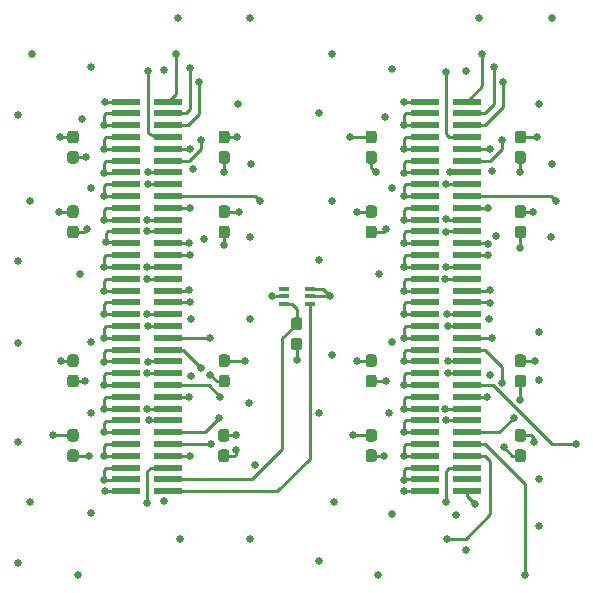
<source format=gbr>
%TF.GenerationSoftware,KiCad,Pcbnew,5.1.9-73d0e3b20d~88~ubuntu20.04.1*%
%TF.CreationDate,2021-02-23T10:44:39-05:00*%
%TF.ProjectId,SiPM_Board,5369504d-5f42-46f6-9172-642e6b696361,rev?*%
%TF.SameCoordinates,Original*%
%TF.FileFunction,Copper,L4,Bot*%
%TF.FilePolarity,Positive*%
%FSLAX46Y46*%
G04 Gerber Fmt 4.6, Leading zero omitted, Abs format (unit mm)*
G04 Created by KiCad (PCBNEW 5.1.9-73d0e3b20d~88~ubuntu20.04.1) date 2021-02-23 10:44:39*
%MOMM*%
%LPD*%
G01*
G04 APERTURE LIST*
%TA.AperFunction,SMDPad,CuDef*%
%ADD10R,2.413000X0.558800*%
%TD*%
%TA.AperFunction,SMDPad,CuDef*%
%ADD11R,0.900000X0.400000*%
%TD*%
%TA.AperFunction,ViaPad*%
%ADD12C,0.635000*%
%TD*%
%TA.AperFunction,Conductor*%
%ADD13C,0.294640*%
%TD*%
G04 APERTURE END LIST*
D10*
%TO.P,J2,68*%
%TO.N,/BIAS4*%
X160852000Y-116502634D03*
%TO.P,J2,67*%
X164408000Y-116502634D03*
%TO.P,J2,66*%
%TO.N,GND*%
X160852000Y-115502636D03*
%TO.P,J2,65*%
%TO.N,Net-(J2-Pad65)*%
X164408000Y-115502636D03*
%TO.P,J2,64*%
%TO.N,GND*%
X160852000Y-114502638D03*
%TO.P,J2,63*%
%TO.N,Net-(J2-Pad63)*%
X164408000Y-114502638D03*
%TO.P,J2,62*%
%TO.N,GND*%
X160852000Y-113502640D03*
%TO.P,J2,61*%
%TO.N,Net-(J2-Pad61)*%
X164408000Y-113502640D03*
%TO.P,J2,60*%
%TO.N,GND*%
X160852000Y-112502642D03*
%TO.P,J2,59*%
%TO.N,Net-(J2-Pad59)*%
X164408000Y-112502642D03*
%TO.P,J2,58*%
%TO.N,GND*%
X160852000Y-111502644D03*
%TO.P,J2,57*%
%TO.N,Net-(J2-Pad57)*%
X164408000Y-111502644D03*
%TO.P,J2,56*%
%TO.N,GND*%
X160852000Y-110502646D03*
%TO.P,J2,55*%
%TO.N,Net-(J2-Pad55)*%
X164408000Y-110502646D03*
%TO.P,J2,54*%
%TO.N,GND*%
X160852000Y-109502648D03*
%TO.P,J2,53*%
%TO.N,Net-(J2-Pad53)*%
X164408000Y-109502648D03*
%TO.P,J2,52*%
%TO.N,GND*%
X160852000Y-108502650D03*
%TO.P,J2,51*%
%TO.N,Net-(J2-Pad51)*%
X164408000Y-108502650D03*
%TO.P,J2,50*%
%TO.N,GND*%
X160852000Y-107502652D03*
%TO.P,J2,49*%
%TO.N,Net-(J2-Pad49)*%
X164408000Y-107502652D03*
%TO.P,J2,48*%
%TO.N,GND*%
X160852000Y-106502654D03*
%TO.P,J2,47*%
%TO.N,Net-(J2-Pad47)*%
X164408000Y-106502654D03*
%TO.P,J2,46*%
%TO.N,GND*%
X160852000Y-105502656D03*
%TO.P,J2,45*%
%TO.N,Net-(J2-Pad45)*%
X164408000Y-105502656D03*
%TO.P,J2,44*%
%TO.N,GND*%
X160852000Y-104502658D03*
%TO.P,J2,43*%
%TO.N,Net-(J2-Pad43)*%
X164408000Y-104502658D03*
%TO.P,J2,42*%
%TO.N,GND*%
X160852000Y-103502660D03*
%TO.P,J2,41*%
%TO.N,Net-(J2-Pad41)*%
X164408000Y-103502660D03*
%TO.P,J2,40*%
%TO.N,GND*%
X160852000Y-102502662D03*
%TO.P,J2,39*%
%TO.N,Net-(J2-Pad39)*%
X164408000Y-102502662D03*
%TO.P,J2,38*%
%TO.N,GND*%
X160852000Y-101502664D03*
%TO.P,J2,37*%
%TO.N,Net-(J2-Pad37)*%
X164408000Y-101502664D03*
%TO.P,J2,36*%
%TO.N,GND*%
X160852000Y-100502666D03*
%TO.P,J2,35*%
%TO.N,Net-(J2-Pad35)*%
X164408000Y-100502666D03*
%TO.P,J2,34*%
%TO.N,GND*%
X160852000Y-99502668D03*
%TO.P,J2,33*%
%TO.N,Net-(J2-Pad33)*%
X164408000Y-99502668D03*
%TO.P,J2,32*%
%TO.N,GND*%
X160852000Y-98502670D03*
%TO.P,J2,31*%
%TO.N,Net-(J2-Pad31)*%
X164408000Y-98502670D03*
%TO.P,J2,30*%
%TO.N,GND*%
X160852000Y-97502672D03*
%TO.P,J2,29*%
%TO.N,Net-(J2-Pad29)*%
X164408000Y-97502672D03*
%TO.P,J2,28*%
%TO.N,GND*%
X160852000Y-96502674D03*
%TO.P,J2,27*%
%TO.N,Net-(J2-Pad27)*%
X164408000Y-96502674D03*
%TO.P,J2,26*%
%TO.N,GND*%
X160852000Y-95502676D03*
%TO.P,J2,25*%
%TO.N,Net-(J2-Pad25)*%
X164408000Y-95502676D03*
%TO.P,J2,24*%
%TO.N,GND*%
X160852000Y-94502678D03*
%TO.P,J2,23*%
%TO.N,Net-(J2-Pad23)*%
X164408000Y-94502678D03*
%TO.P,J2,22*%
%TO.N,GND*%
X160852000Y-93502680D03*
%TO.P,J2,21*%
%TO.N,Net-(J2-Pad21)*%
X164408000Y-93502680D03*
%TO.P,J2,20*%
%TO.N,GND*%
X160852000Y-92502682D03*
%TO.P,J2,19*%
%TO.N,Net-(J2-Pad19)*%
X164408000Y-92502682D03*
%TO.P,J2,18*%
%TO.N,GND*%
X160852000Y-91502684D03*
%TO.P,J2,17*%
%TO.N,Net-(J2-Pad17)*%
X164408000Y-91502684D03*
%TO.P,J2,16*%
%TO.N,GND*%
X160852000Y-90502686D03*
%TO.P,J2,15*%
%TO.N,Net-(J2-Pad15)*%
X164408000Y-90502686D03*
%TO.P,J2,14*%
%TO.N,GND*%
X160852000Y-89502688D03*
%TO.P,J2,13*%
%TO.N,Net-(J2-Pad13)*%
X164408000Y-89502688D03*
%TO.P,J2,12*%
%TO.N,GND*%
X160852000Y-88502690D03*
%TO.P,J2,11*%
%TO.N,Net-(J2-Pad11)*%
X164408000Y-88502690D03*
%TO.P,J2,10*%
%TO.N,GND*%
X160852000Y-87502692D03*
%TO.P,J2,9*%
%TO.N,Net-(J2-Pad9)*%
X164408000Y-87502692D03*
%TO.P,J2,8*%
%TO.N,GND*%
X160852000Y-86502694D03*
%TO.P,J2,7*%
%TO.N,Net-(J2-Pad7)*%
X164408000Y-86502694D03*
%TO.P,J2,6*%
%TO.N,GND*%
X160852000Y-85502696D03*
%TO.P,J2,5*%
%TO.N,Net-(J2-Pad5)*%
X164408000Y-85502696D03*
%TO.P,J2,4*%
%TO.N,GND*%
X160852000Y-84502698D03*
%TO.P,J2,3*%
%TO.N,Net-(J2-Pad3)*%
X164408000Y-84502698D03*
%TO.P,J2,1*%
%TO.N,Net-(J2-Pad1)*%
X164408000Y-83502700D03*
%TO.P,J2,2*%
%TO.N,/BIAS3*%
X160852000Y-83502700D03*
%TD*%
%TO.P,J1,2*%
%TO.N,/BIAS1*%
X135592000Y-83502700D03*
%TO.P,J1,1*%
%TO.N,Net-(J1-Pad1)*%
X139148000Y-83502700D03*
%TO.P,J1,3*%
%TO.N,Net-(J1-Pad3)*%
X139148000Y-84502698D03*
%TO.P,J1,4*%
%TO.N,GND*%
X135592000Y-84502698D03*
%TO.P,J1,5*%
%TO.N,Net-(J1-Pad5)*%
X139148000Y-85502696D03*
%TO.P,J1,6*%
%TO.N,GND*%
X135592000Y-85502696D03*
%TO.P,J1,7*%
%TO.N,Net-(J1-Pad7)*%
X139148000Y-86502694D03*
%TO.P,J1,8*%
%TO.N,GND*%
X135592000Y-86502694D03*
%TO.P,J1,9*%
%TO.N,Net-(J1-Pad9)*%
X139148000Y-87502692D03*
%TO.P,J1,10*%
%TO.N,GND*%
X135592000Y-87502692D03*
%TO.P,J1,11*%
%TO.N,Net-(J1-Pad11)*%
X139148000Y-88502690D03*
%TO.P,J1,12*%
%TO.N,GND*%
X135592000Y-88502690D03*
%TO.P,J1,13*%
%TO.N,Net-(J1-Pad13)*%
X139148000Y-89502688D03*
%TO.P,J1,14*%
%TO.N,GND*%
X135592000Y-89502688D03*
%TO.P,J1,15*%
%TO.N,Net-(J1-Pad15)*%
X139148000Y-90502686D03*
%TO.P,J1,16*%
%TO.N,GND*%
X135592000Y-90502686D03*
%TO.P,J1,17*%
%TO.N,Net-(J1-Pad17)*%
X139148000Y-91502684D03*
%TO.P,J1,18*%
%TO.N,GND*%
X135592000Y-91502684D03*
%TO.P,J1,19*%
%TO.N,Net-(J1-Pad19)*%
X139148000Y-92502682D03*
%TO.P,J1,20*%
%TO.N,GND*%
X135592000Y-92502682D03*
%TO.P,J1,21*%
%TO.N,Net-(J1-Pad21)*%
X139148000Y-93502680D03*
%TO.P,J1,22*%
%TO.N,GND*%
X135592000Y-93502680D03*
%TO.P,J1,23*%
%TO.N,Net-(J1-Pad23)*%
X139148000Y-94502678D03*
%TO.P,J1,24*%
%TO.N,GND*%
X135592000Y-94502678D03*
%TO.P,J1,25*%
%TO.N,Net-(J1-Pad25)*%
X139148000Y-95502676D03*
%TO.P,J1,26*%
%TO.N,GND*%
X135592000Y-95502676D03*
%TO.P,J1,27*%
%TO.N,Net-(J1-Pad27)*%
X139148000Y-96502674D03*
%TO.P,J1,28*%
%TO.N,GND*%
X135592000Y-96502674D03*
%TO.P,J1,29*%
%TO.N,Net-(J1-Pad29)*%
X139148000Y-97502672D03*
%TO.P,J1,30*%
%TO.N,GND*%
X135592000Y-97502672D03*
%TO.P,J1,31*%
%TO.N,Net-(J1-Pad31)*%
X139148000Y-98502670D03*
%TO.P,J1,32*%
%TO.N,GND*%
X135592000Y-98502670D03*
%TO.P,J1,33*%
%TO.N,Net-(J1-Pad33)*%
X139148000Y-99502668D03*
%TO.P,J1,34*%
%TO.N,GND*%
X135592000Y-99502668D03*
%TO.P,J1,35*%
%TO.N,Net-(J1-Pad35)*%
X139148000Y-100502666D03*
%TO.P,J1,36*%
%TO.N,GND*%
X135592000Y-100502666D03*
%TO.P,J1,37*%
%TO.N,Net-(J1-Pad37)*%
X139148000Y-101502664D03*
%TO.P,J1,38*%
%TO.N,GND*%
X135592000Y-101502664D03*
%TO.P,J1,39*%
%TO.N,Net-(J1-Pad39)*%
X139148000Y-102502662D03*
%TO.P,J1,40*%
%TO.N,GND*%
X135592000Y-102502662D03*
%TO.P,J1,41*%
%TO.N,Net-(J1-Pad41)*%
X139148000Y-103502660D03*
%TO.P,J1,42*%
%TO.N,GND*%
X135592000Y-103502660D03*
%TO.P,J1,43*%
%TO.N,Net-(J1-Pad43)*%
X139148000Y-104502658D03*
%TO.P,J1,44*%
%TO.N,GND*%
X135592000Y-104502658D03*
%TO.P,J1,45*%
%TO.N,Net-(J1-Pad45)*%
X139148000Y-105502656D03*
%TO.P,J1,46*%
%TO.N,GND*%
X135592000Y-105502656D03*
%TO.P,J1,47*%
%TO.N,Net-(J1-Pad47)*%
X139148000Y-106502654D03*
%TO.P,J1,48*%
%TO.N,GND*%
X135592000Y-106502654D03*
%TO.P,J1,49*%
%TO.N,Net-(J1-Pad49)*%
X139148000Y-107502652D03*
%TO.P,J1,50*%
%TO.N,GND*%
X135592000Y-107502652D03*
%TO.P,J1,51*%
%TO.N,Net-(J1-Pad51)*%
X139148000Y-108502650D03*
%TO.P,J1,52*%
%TO.N,GND*%
X135592000Y-108502650D03*
%TO.P,J1,53*%
%TO.N,Net-(J1-Pad53)*%
X139148000Y-109502648D03*
%TO.P,J1,54*%
%TO.N,GND*%
X135592000Y-109502648D03*
%TO.P,J1,55*%
%TO.N,Net-(J1-Pad55)*%
X139148000Y-110502646D03*
%TO.P,J1,56*%
%TO.N,GND*%
X135592000Y-110502646D03*
%TO.P,J1,57*%
%TO.N,Net-(J1-Pad57)*%
X139148000Y-111502644D03*
%TO.P,J1,58*%
%TO.N,GND*%
X135592000Y-111502644D03*
%TO.P,J1,59*%
%TO.N,Net-(J1-Pad59)*%
X139148000Y-112502642D03*
%TO.P,J1,60*%
%TO.N,GND*%
X135592000Y-112502642D03*
%TO.P,J1,61*%
%TO.N,Net-(J1-Pad61)*%
X139148000Y-113502640D03*
%TO.P,J1,62*%
%TO.N,GND*%
X135592000Y-113502640D03*
%TO.P,J1,63*%
%TO.N,Net-(J1-Pad63)*%
X139148000Y-114502638D03*
%TO.P,J1,64*%
%TO.N,GND*%
X135592000Y-114502638D03*
%TO.P,J1,65*%
%TO.N,/VDD*%
X139148000Y-115502636D03*
%TO.P,J1,66*%
%TO.N,GND*%
X135592000Y-115502636D03*
%TO.P,J1,67*%
%TO.N,/OUT*%
X139148000Y-116502634D03*
%TO.P,J1,68*%
%TO.N,/BIAS2*%
X135592000Y-116502634D03*
%TD*%
%TO.P,C15,1*%
%TO.N,/BIAS4*%
%TA.AperFunction,SMDPad,CuDef*%
G36*
G01*
X156072500Y-111230000D02*
X156547500Y-111230000D01*
G75*
G02*
X156785000Y-111467500I0J-237500D01*
G01*
X156785000Y-112067500D01*
G75*
G02*
X156547500Y-112305000I-237500J0D01*
G01*
X156072500Y-112305000D01*
G75*
G02*
X155835000Y-112067500I0J237500D01*
G01*
X155835000Y-111467500D01*
G75*
G02*
X156072500Y-111230000I237500J0D01*
G01*
G37*
%TD.AperFunction*%
%TO.P,C15,2*%
%TO.N,GND*%
%TA.AperFunction,SMDPad,CuDef*%
G36*
G01*
X156072500Y-112955000D02*
X156547500Y-112955000D01*
G75*
G02*
X156785000Y-113192500I0J-237500D01*
G01*
X156785000Y-113792500D01*
G75*
G02*
X156547500Y-114030000I-237500J0D01*
G01*
X156072500Y-114030000D01*
G75*
G02*
X155835000Y-113792500I0J237500D01*
G01*
X155835000Y-113192500D01*
G75*
G02*
X156072500Y-112955000I237500J0D01*
G01*
G37*
%TD.AperFunction*%
%TD*%
%TO.P,C9,2*%
%TO.N,GND*%
%TA.AperFunction,SMDPad,CuDef*%
G36*
G01*
X149762500Y-103505000D02*
X150237500Y-103505000D01*
G75*
G02*
X150475000Y-103742500I0J-237500D01*
G01*
X150475000Y-104342500D01*
G75*
G02*
X150237500Y-104580000I-237500J0D01*
G01*
X149762500Y-104580000D01*
G75*
G02*
X149525000Y-104342500I0J237500D01*
G01*
X149525000Y-103742500D01*
G75*
G02*
X149762500Y-103505000I237500J0D01*
G01*
G37*
%TD.AperFunction*%
%TO.P,C9,1*%
%TO.N,/VDD*%
%TA.AperFunction,SMDPad,CuDef*%
G36*
G01*
X149762500Y-101780000D02*
X150237500Y-101780000D01*
G75*
G02*
X150475000Y-102017500I0J-237500D01*
G01*
X150475000Y-102617500D01*
G75*
G02*
X150237500Y-102855000I-237500J0D01*
G01*
X149762500Y-102855000D01*
G75*
G02*
X149525000Y-102617500I0J237500D01*
G01*
X149525000Y-102017500D01*
G75*
G02*
X149762500Y-101780000I237500J0D01*
G01*
G37*
%TD.AperFunction*%
%TD*%
D11*
%TO.P,U1,1*%
%TO.N,GND*%
X151100000Y-99350000D03*
%TO.P,U1,3*%
%TO.N,/OUT*%
X151100000Y-100650000D03*
%TO.P,U1,5*%
%TO.N,GND*%
X148900000Y-100000000D03*
%TO.P,U1,2*%
X151100000Y-100000000D03*
%TO.P,U1,4*%
%TO.N,/VDD*%
X148900000Y-100650000D03*
%TO.P,U1,6*%
%TO.N,N/C*%
X148900000Y-99350000D03*
%TD*%
%TO.P,C5,2*%
%TO.N,GND*%
%TA.AperFunction,SMDPad,CuDef*%
G36*
G01*
X130822500Y-87695000D02*
X131297500Y-87695000D01*
G75*
G02*
X131535000Y-87932500I0J-237500D01*
G01*
X131535000Y-88532500D01*
G75*
G02*
X131297500Y-88770000I-237500J0D01*
G01*
X130822500Y-88770000D01*
G75*
G02*
X130585000Y-88532500I0J237500D01*
G01*
X130585000Y-87932500D01*
G75*
G02*
X130822500Y-87695000I237500J0D01*
G01*
G37*
%TD.AperFunction*%
%TO.P,C5,1*%
%TO.N,/BIAS1*%
%TA.AperFunction,SMDPad,CuDef*%
G36*
G01*
X130822500Y-85970000D02*
X131297500Y-85970000D01*
G75*
G02*
X131535000Y-86207500I0J-237500D01*
G01*
X131535000Y-86807500D01*
G75*
G02*
X131297500Y-87045000I-237500J0D01*
G01*
X130822500Y-87045000D01*
G75*
G02*
X130585000Y-86807500I0J237500D01*
G01*
X130585000Y-86207500D01*
G75*
G02*
X130822500Y-85970000I237500J0D01*
G01*
G37*
%TD.AperFunction*%
%TD*%
%TO.P,C7,1*%
%TO.N,/BIAS1*%
%TA.AperFunction,SMDPad,CuDef*%
G36*
G01*
X143632500Y-85970000D02*
X144107500Y-85970000D01*
G75*
G02*
X144345000Y-86207500I0J-237500D01*
G01*
X144345000Y-86807500D01*
G75*
G02*
X144107500Y-87045000I-237500J0D01*
G01*
X143632500Y-87045000D01*
G75*
G02*
X143395000Y-86807500I0J237500D01*
G01*
X143395000Y-86207500D01*
G75*
G02*
X143632500Y-85970000I237500J0D01*
G01*
G37*
%TD.AperFunction*%
%TO.P,C7,2*%
%TO.N,GND*%
%TA.AperFunction,SMDPad,CuDef*%
G36*
G01*
X143632500Y-87695000D02*
X144107500Y-87695000D01*
G75*
G02*
X144345000Y-87932500I0J-237500D01*
G01*
X144345000Y-88532500D01*
G75*
G02*
X144107500Y-88770000I-237500J0D01*
G01*
X143632500Y-88770000D01*
G75*
G02*
X143395000Y-88532500I0J237500D01*
G01*
X143395000Y-87932500D01*
G75*
G02*
X143632500Y-87695000I237500J0D01*
G01*
G37*
%TD.AperFunction*%
%TD*%
%TO.P,C6,2*%
%TO.N,GND*%
%TA.AperFunction,SMDPad,CuDef*%
G36*
G01*
X130822500Y-112955000D02*
X131297500Y-112955000D01*
G75*
G02*
X131535000Y-113192500I0J-237500D01*
G01*
X131535000Y-113792500D01*
G75*
G02*
X131297500Y-114030000I-237500J0D01*
G01*
X130822500Y-114030000D01*
G75*
G02*
X130585000Y-113792500I0J237500D01*
G01*
X130585000Y-113192500D01*
G75*
G02*
X130822500Y-112955000I237500J0D01*
G01*
G37*
%TD.AperFunction*%
%TO.P,C6,1*%
%TO.N,/BIAS2*%
%TA.AperFunction,SMDPad,CuDef*%
G36*
G01*
X130822500Y-111230000D02*
X131297500Y-111230000D01*
G75*
G02*
X131535000Y-111467500I0J-237500D01*
G01*
X131535000Y-112067500D01*
G75*
G02*
X131297500Y-112305000I-237500J0D01*
G01*
X130822500Y-112305000D01*
G75*
G02*
X130585000Y-112067500I0J237500D01*
G01*
X130585000Y-111467500D01*
G75*
G02*
X130822500Y-111230000I237500J0D01*
G01*
G37*
%TD.AperFunction*%
%TD*%
%TO.P,C8,1*%
%TO.N,/BIAS2*%
%TA.AperFunction,SMDPad,CuDef*%
G36*
G01*
X143582500Y-111230000D02*
X144057500Y-111230000D01*
G75*
G02*
X144295000Y-111467500I0J-237500D01*
G01*
X144295000Y-112067500D01*
G75*
G02*
X144057500Y-112305000I-237500J0D01*
G01*
X143582500Y-112305000D01*
G75*
G02*
X143345000Y-112067500I0J237500D01*
G01*
X143345000Y-111467500D01*
G75*
G02*
X143582500Y-111230000I237500J0D01*
G01*
G37*
%TD.AperFunction*%
%TO.P,C8,2*%
%TO.N,GND*%
%TA.AperFunction,SMDPad,CuDef*%
G36*
G01*
X143582500Y-112955000D02*
X144057500Y-112955000D01*
G75*
G02*
X144295000Y-113192500I0J-237500D01*
G01*
X144295000Y-113792500D01*
G75*
G02*
X144057500Y-114030000I-237500J0D01*
G01*
X143582500Y-114030000D01*
G75*
G02*
X143345000Y-113792500I0J237500D01*
G01*
X143345000Y-113192500D01*
G75*
G02*
X143582500Y-112955000I237500J0D01*
G01*
G37*
%TD.AperFunction*%
%TD*%
%TO.P,C14,2*%
%TO.N,GND*%
%TA.AperFunction,SMDPad,CuDef*%
G36*
G01*
X156072500Y-87695000D02*
X156547500Y-87695000D01*
G75*
G02*
X156785000Y-87932500I0J-237500D01*
G01*
X156785000Y-88532500D01*
G75*
G02*
X156547500Y-88770000I-237500J0D01*
G01*
X156072500Y-88770000D01*
G75*
G02*
X155835000Y-88532500I0J237500D01*
G01*
X155835000Y-87932500D01*
G75*
G02*
X156072500Y-87695000I237500J0D01*
G01*
G37*
%TD.AperFunction*%
%TO.P,C14,1*%
%TO.N,/BIAS3*%
%TA.AperFunction,SMDPad,CuDef*%
G36*
G01*
X156072500Y-85970000D02*
X156547500Y-85970000D01*
G75*
G02*
X156785000Y-86207500I0J-237500D01*
G01*
X156785000Y-86807500D01*
G75*
G02*
X156547500Y-87045000I-237500J0D01*
G01*
X156072500Y-87045000D01*
G75*
G02*
X155835000Y-86807500I0J237500D01*
G01*
X155835000Y-86207500D01*
G75*
G02*
X156072500Y-85970000I237500J0D01*
G01*
G37*
%TD.AperFunction*%
%TD*%
%TO.P,C16,1*%
%TO.N,/BIAS3*%
%TA.AperFunction,SMDPad,CuDef*%
G36*
G01*
X168702500Y-85970000D02*
X169177500Y-85970000D01*
G75*
G02*
X169415000Y-86207500I0J-237500D01*
G01*
X169415000Y-86807500D01*
G75*
G02*
X169177500Y-87045000I-237500J0D01*
G01*
X168702500Y-87045000D01*
G75*
G02*
X168465000Y-86807500I0J237500D01*
G01*
X168465000Y-86207500D01*
G75*
G02*
X168702500Y-85970000I237500J0D01*
G01*
G37*
%TD.AperFunction*%
%TO.P,C16,2*%
%TO.N,GND*%
%TA.AperFunction,SMDPad,CuDef*%
G36*
G01*
X168702500Y-87695000D02*
X169177500Y-87695000D01*
G75*
G02*
X169415000Y-87932500I0J-237500D01*
G01*
X169415000Y-88532500D01*
G75*
G02*
X169177500Y-88770000I-237500J0D01*
G01*
X168702500Y-88770000D01*
G75*
G02*
X168465000Y-88532500I0J237500D01*
G01*
X168465000Y-87932500D01*
G75*
G02*
X168702500Y-87695000I237500J0D01*
G01*
G37*
%TD.AperFunction*%
%TD*%
%TO.P,C17,2*%
%TO.N,GND*%
%TA.AperFunction,SMDPad,CuDef*%
G36*
G01*
X168702500Y-112955000D02*
X169177500Y-112955000D01*
G75*
G02*
X169415000Y-113192500I0J-237500D01*
G01*
X169415000Y-113792500D01*
G75*
G02*
X169177500Y-114030000I-237500J0D01*
G01*
X168702500Y-114030000D01*
G75*
G02*
X168465000Y-113792500I0J237500D01*
G01*
X168465000Y-113192500D01*
G75*
G02*
X168702500Y-112955000I237500J0D01*
G01*
G37*
%TD.AperFunction*%
%TO.P,C17,1*%
%TO.N,/BIAS4*%
%TA.AperFunction,SMDPad,CuDef*%
G36*
G01*
X168702500Y-111230000D02*
X169177500Y-111230000D01*
G75*
G02*
X169415000Y-111467500I0J-237500D01*
G01*
X169415000Y-112067500D01*
G75*
G02*
X169177500Y-112305000I-237500J0D01*
G01*
X168702500Y-112305000D01*
G75*
G02*
X168465000Y-112067500I0J237500D01*
G01*
X168465000Y-111467500D01*
G75*
G02*
X168702500Y-111230000I237500J0D01*
G01*
G37*
%TD.AperFunction*%
%TD*%
%TO.P,C1,2*%
%TO.N,GND*%
%TA.AperFunction,SMDPad,CuDef*%
G36*
G01*
X130822500Y-94015000D02*
X131297500Y-94015000D01*
G75*
G02*
X131535000Y-94252500I0J-237500D01*
G01*
X131535000Y-94852500D01*
G75*
G02*
X131297500Y-95090000I-237500J0D01*
G01*
X130822500Y-95090000D01*
G75*
G02*
X130585000Y-94852500I0J237500D01*
G01*
X130585000Y-94252500D01*
G75*
G02*
X130822500Y-94015000I237500J0D01*
G01*
G37*
%TD.AperFunction*%
%TO.P,C1,1*%
%TO.N,/BIAS1*%
%TA.AperFunction,SMDPad,CuDef*%
G36*
G01*
X130822500Y-92290000D02*
X131297500Y-92290000D01*
G75*
G02*
X131535000Y-92527500I0J-237500D01*
G01*
X131535000Y-93127500D01*
G75*
G02*
X131297500Y-93365000I-237500J0D01*
G01*
X130822500Y-93365000D01*
G75*
G02*
X130585000Y-93127500I0J237500D01*
G01*
X130585000Y-92527500D01*
G75*
G02*
X130822500Y-92290000I237500J0D01*
G01*
G37*
%TD.AperFunction*%
%TD*%
%TO.P,C3,1*%
%TO.N,/BIAS1*%
%TA.AperFunction,SMDPad,CuDef*%
G36*
G01*
X143632500Y-92290000D02*
X144107500Y-92290000D01*
G75*
G02*
X144345000Y-92527500I0J-237500D01*
G01*
X144345000Y-93127500D01*
G75*
G02*
X144107500Y-93365000I-237500J0D01*
G01*
X143632500Y-93365000D01*
G75*
G02*
X143395000Y-93127500I0J237500D01*
G01*
X143395000Y-92527500D01*
G75*
G02*
X143632500Y-92290000I237500J0D01*
G01*
G37*
%TD.AperFunction*%
%TO.P,C3,2*%
%TO.N,GND*%
%TA.AperFunction,SMDPad,CuDef*%
G36*
G01*
X143632500Y-94015000D02*
X144107500Y-94015000D01*
G75*
G02*
X144345000Y-94252500I0J-237500D01*
G01*
X144345000Y-94852500D01*
G75*
G02*
X144107500Y-95090000I-237500J0D01*
G01*
X143632500Y-95090000D01*
G75*
G02*
X143395000Y-94852500I0J237500D01*
G01*
X143395000Y-94252500D01*
G75*
G02*
X143632500Y-94015000I237500J0D01*
G01*
G37*
%TD.AperFunction*%
%TD*%
%TO.P,C2,2*%
%TO.N,GND*%
%TA.AperFunction,SMDPad,CuDef*%
G36*
G01*
X130822500Y-106635000D02*
X131297500Y-106635000D01*
G75*
G02*
X131535000Y-106872500I0J-237500D01*
G01*
X131535000Y-107472500D01*
G75*
G02*
X131297500Y-107710000I-237500J0D01*
G01*
X130822500Y-107710000D01*
G75*
G02*
X130585000Y-107472500I0J237500D01*
G01*
X130585000Y-106872500D01*
G75*
G02*
X130822500Y-106635000I237500J0D01*
G01*
G37*
%TD.AperFunction*%
%TO.P,C2,1*%
%TO.N,/BIAS2*%
%TA.AperFunction,SMDPad,CuDef*%
G36*
G01*
X130822500Y-104910000D02*
X131297500Y-104910000D01*
G75*
G02*
X131535000Y-105147500I0J-237500D01*
G01*
X131535000Y-105747500D01*
G75*
G02*
X131297500Y-105985000I-237500J0D01*
G01*
X130822500Y-105985000D01*
G75*
G02*
X130585000Y-105747500I0J237500D01*
G01*
X130585000Y-105147500D01*
G75*
G02*
X130822500Y-104910000I237500J0D01*
G01*
G37*
%TD.AperFunction*%
%TD*%
%TO.P,C4,1*%
%TO.N,/BIAS2*%
%TA.AperFunction,SMDPad,CuDef*%
G36*
G01*
X143632500Y-104910000D02*
X144107500Y-104910000D01*
G75*
G02*
X144345000Y-105147500I0J-237500D01*
G01*
X144345000Y-105747500D01*
G75*
G02*
X144107500Y-105985000I-237500J0D01*
G01*
X143632500Y-105985000D01*
G75*
G02*
X143395000Y-105747500I0J237500D01*
G01*
X143395000Y-105147500D01*
G75*
G02*
X143632500Y-104910000I237500J0D01*
G01*
G37*
%TD.AperFunction*%
%TO.P,C4,2*%
%TO.N,GND*%
%TA.AperFunction,SMDPad,CuDef*%
G36*
G01*
X143632500Y-106635000D02*
X144107500Y-106635000D01*
G75*
G02*
X144345000Y-106872500I0J-237500D01*
G01*
X144345000Y-107472500D01*
G75*
G02*
X144107500Y-107710000I-237500J0D01*
G01*
X143632500Y-107710000D01*
G75*
G02*
X143395000Y-107472500I0J237500D01*
G01*
X143395000Y-106872500D01*
G75*
G02*
X143632500Y-106635000I237500J0D01*
G01*
G37*
%TD.AperFunction*%
%TD*%
%TO.P,C10,2*%
%TO.N,GND*%
%TA.AperFunction,SMDPad,CuDef*%
G36*
G01*
X156072500Y-94015000D02*
X156547500Y-94015000D01*
G75*
G02*
X156785000Y-94252500I0J-237500D01*
G01*
X156785000Y-94852500D01*
G75*
G02*
X156547500Y-95090000I-237500J0D01*
G01*
X156072500Y-95090000D01*
G75*
G02*
X155835000Y-94852500I0J237500D01*
G01*
X155835000Y-94252500D01*
G75*
G02*
X156072500Y-94015000I237500J0D01*
G01*
G37*
%TD.AperFunction*%
%TO.P,C10,1*%
%TO.N,/BIAS3*%
%TA.AperFunction,SMDPad,CuDef*%
G36*
G01*
X156072500Y-92290000D02*
X156547500Y-92290000D01*
G75*
G02*
X156785000Y-92527500I0J-237500D01*
G01*
X156785000Y-93127500D01*
G75*
G02*
X156547500Y-93365000I-237500J0D01*
G01*
X156072500Y-93365000D01*
G75*
G02*
X155835000Y-93127500I0J237500D01*
G01*
X155835000Y-92527500D01*
G75*
G02*
X156072500Y-92290000I237500J0D01*
G01*
G37*
%TD.AperFunction*%
%TD*%
%TO.P,C12,1*%
%TO.N,/BIAS3*%
%TA.AperFunction,SMDPad,CuDef*%
G36*
G01*
X168702500Y-92290000D02*
X169177500Y-92290000D01*
G75*
G02*
X169415000Y-92527500I0J-237500D01*
G01*
X169415000Y-93127500D01*
G75*
G02*
X169177500Y-93365000I-237500J0D01*
G01*
X168702500Y-93365000D01*
G75*
G02*
X168465000Y-93127500I0J237500D01*
G01*
X168465000Y-92527500D01*
G75*
G02*
X168702500Y-92290000I237500J0D01*
G01*
G37*
%TD.AperFunction*%
%TO.P,C12,2*%
%TO.N,GND*%
%TA.AperFunction,SMDPad,CuDef*%
G36*
G01*
X168702500Y-94015000D02*
X169177500Y-94015000D01*
G75*
G02*
X169415000Y-94252500I0J-237500D01*
G01*
X169415000Y-94852500D01*
G75*
G02*
X169177500Y-95090000I-237500J0D01*
G01*
X168702500Y-95090000D01*
G75*
G02*
X168465000Y-94852500I0J237500D01*
G01*
X168465000Y-94252500D01*
G75*
G02*
X168702500Y-94015000I237500J0D01*
G01*
G37*
%TD.AperFunction*%
%TD*%
%TO.P,C11,2*%
%TO.N,GND*%
%TA.AperFunction,SMDPad,CuDef*%
G36*
G01*
X156072500Y-106635000D02*
X156547500Y-106635000D01*
G75*
G02*
X156785000Y-106872500I0J-237500D01*
G01*
X156785000Y-107472500D01*
G75*
G02*
X156547500Y-107710000I-237500J0D01*
G01*
X156072500Y-107710000D01*
G75*
G02*
X155835000Y-107472500I0J237500D01*
G01*
X155835000Y-106872500D01*
G75*
G02*
X156072500Y-106635000I237500J0D01*
G01*
G37*
%TD.AperFunction*%
%TO.P,C11,1*%
%TO.N,/BIAS4*%
%TA.AperFunction,SMDPad,CuDef*%
G36*
G01*
X156072500Y-104910000D02*
X156547500Y-104910000D01*
G75*
G02*
X156785000Y-105147500I0J-237500D01*
G01*
X156785000Y-105747500D01*
G75*
G02*
X156547500Y-105985000I-237500J0D01*
G01*
X156072500Y-105985000D01*
G75*
G02*
X155835000Y-105747500I0J237500D01*
G01*
X155835000Y-105147500D01*
G75*
G02*
X156072500Y-104910000I237500J0D01*
G01*
G37*
%TD.AperFunction*%
%TD*%
%TO.P,C13,1*%
%TO.N,/BIAS4*%
%TA.AperFunction,SMDPad,CuDef*%
G36*
G01*
X168702500Y-104910000D02*
X169177500Y-104910000D01*
G75*
G02*
X169415000Y-105147500I0J-237500D01*
G01*
X169415000Y-105747500D01*
G75*
G02*
X169177500Y-105985000I-237500J0D01*
G01*
X168702500Y-105985000D01*
G75*
G02*
X168465000Y-105747500I0J237500D01*
G01*
X168465000Y-105147500D01*
G75*
G02*
X168702500Y-104910000I237500J0D01*
G01*
G37*
%TD.AperFunction*%
%TO.P,C13,2*%
%TO.N,GND*%
%TA.AperFunction,SMDPad,CuDef*%
G36*
G01*
X168702500Y-106635000D02*
X169177500Y-106635000D01*
G75*
G02*
X169415000Y-106872500I0J-237500D01*
G01*
X169415000Y-107472500D01*
G75*
G02*
X169177500Y-107710000I-237500J0D01*
G01*
X168702500Y-107710000D01*
G75*
G02*
X168465000Y-107472500I0J237500D01*
G01*
X168465000Y-106872500D01*
G75*
G02*
X168702500Y-106635000I237500J0D01*
G01*
G37*
%TD.AperFunction*%
%TD*%
D12*
%TO.N,GND*%
X133707308Y-111522692D03*
X133707308Y-103522692D03*
X133707308Y-101522692D03*
X133707308Y-87522692D03*
X133707308Y-115522692D03*
X133707308Y-113522692D03*
X133707308Y-107522692D03*
X133707308Y-105522692D03*
X133707308Y-109522692D03*
X133827308Y-95432692D03*
X133707308Y-85522692D03*
X133707308Y-93522692D03*
X133707308Y-91522692D03*
X133707308Y-89522692D03*
X133707308Y-99522692D03*
X133707308Y-97522692D03*
X159077308Y-111512692D03*
X159077308Y-103512692D03*
X159077308Y-101512692D03*
X159077308Y-87512692D03*
X159077308Y-115512692D03*
X159077308Y-113512692D03*
X159077308Y-107512692D03*
X159077308Y-105512692D03*
X159077308Y-109512692D03*
X159077308Y-95512692D03*
X159077308Y-93512692D03*
X159077308Y-91512692D03*
X159077308Y-89512692D03*
X159077308Y-99512692D03*
X159077308Y-97512692D03*
X143870000Y-89500000D03*
X168940000Y-89490000D03*
X167540000Y-112770000D03*
X132427500Y-113492500D03*
X156700000Y-89510000D03*
X157362500Y-113492500D03*
X132167500Y-88232500D03*
X152860000Y-100000000D03*
X144880000Y-113040000D03*
X132057500Y-107172500D03*
X142670000Y-106620000D03*
X157562500Y-107172500D03*
X132240000Y-94280000D03*
X143870000Y-95620000D03*
X157540000Y-94290000D03*
X168940000Y-95900000D03*
X168940000Y-108800000D03*
X147910000Y-100000000D03*
X159127308Y-85512692D03*
X150000000Y-105400000D03*
%TO.N,/BIAS1*%
X133762700Y-83502700D03*
X142170000Y-95100000D03*
X127570000Y-79500000D03*
X126400000Y-84610000D03*
X132600000Y-90800000D03*
X126400000Y-96980000D03*
X131640000Y-98100000D03*
X144992500Y-86507500D03*
X138800000Y-80870000D03*
X132600000Y-80550000D03*
X129852500Y-92827500D03*
X145142500Y-92827500D03*
X127420000Y-91900000D03*
X129970000Y-86520000D03*
X131855000Y-84955000D03*
X139990000Y-76400000D03*
X146090000Y-76400000D03*
X145000000Y-83680000D03*
X146080000Y-95000000D03*
X146120000Y-88800000D03*
X141210000Y-89220000D03*
%TO.N,/BIAS2*%
X133757366Y-116502634D03*
X131470000Y-123600000D03*
X140110000Y-120500000D03*
X138800000Y-117340000D03*
X126400000Y-112350000D03*
X129382500Y-111767500D03*
X132600000Y-109880000D03*
X141060000Y-106710000D03*
X141020000Y-101900000D03*
X132600000Y-118350000D03*
X146030000Y-120500000D03*
X146440000Y-114300000D03*
X144877500Y-111767500D03*
X130042500Y-105447500D03*
X145670000Y-105450000D03*
X145930000Y-109030000D03*
X127460000Y-117400000D03*
X126400000Y-122580000D03*
X126400000Y-103930000D03*
X132600000Y-103870000D03*
X146070000Y-101900000D03*
%TO.N,Net-(J1-Pad63)*%
X137360000Y-117500000D03*
%TO.N,Net-(J1-Pad61)*%
X140990000Y-113510000D03*
%TO.N,Net-(J1-Pad59)*%
X142747358Y-112502642D03*
%TO.N,Net-(J1-Pad57)*%
X143467356Y-110300000D03*
%TO.N,Net-(J1-Pad55)*%
X137460000Y-110500000D03*
%TO.N,Net-(J1-Pad53)*%
X137330000Y-109500000D03*
%TO.N,Net-(J1-Pad51)*%
X140880000Y-108500000D03*
%TO.N,Net-(J1-Pad49)*%
X143550000Y-108490000D03*
%TO.N,Net-(J1-Pad47)*%
X137360000Y-106510000D03*
%TO.N,Net-(J1-Pad45)*%
X137390000Y-105520000D03*
%TO.N,Net-(J1-Pad43)*%
X141900000Y-106050000D03*
%TO.N,Net-(J1-Pad41)*%
X142640000Y-103500000D03*
%TO.N,Net-(J1-Pad39)*%
X137440000Y-102520000D03*
%TO.N,Net-(J1-Pad37)*%
X137350000Y-101510000D03*
%TO.N,Net-(J1-Pad35)*%
X140970000Y-100500000D03*
%TO.N,Net-(J1-Pad33)*%
X140860000Y-99480000D03*
%TO.N,Net-(J1-Pad31)*%
X137360000Y-98500000D03*
%TO.N,Net-(J1-Pad29)*%
X137340000Y-97510000D03*
%TO.N,Net-(J1-Pad27)*%
X140950000Y-96520000D03*
%TO.N,Net-(J1-Pad25)*%
X140920000Y-95500000D03*
%TO.N,Net-(J1-Pad23)*%
X137320000Y-94500000D03*
%TO.N,Net-(J1-Pad21)*%
X137340000Y-93510000D03*
%TO.N,Net-(J1-Pad19)*%
X140930000Y-92510000D03*
%TO.N,Net-(J1-Pad17)*%
X146870000Y-91900000D03*
%TO.N,Net-(J1-Pad15)*%
X137450000Y-90520000D03*
%TO.N,Net-(J1-Pad13)*%
X137430000Y-89490000D03*
%TO.N,Net-(J1-Pad11)*%
X141900000Y-86720000D03*
%TO.N,Net-(J1-Pad9)*%
X140930000Y-87510000D03*
%TO.N,Net-(J1-Pad7)*%
X137400000Y-80900000D03*
%TO.N,Net-(J1-Pad5)*%
X141730000Y-81890000D03*
%TO.N,Net-(J1-Pad3)*%
X141000000Y-80650000D03*
%TO.N,Net-(J1-Pad1)*%
X139760000Y-79450000D03*
%TO.N,Net-(J2-Pad63)*%
X162630000Y-117420000D03*
%TO.N,Net-(J2-Pad61)*%
X162750000Y-120500000D03*
%TO.N,Net-(J2-Pad59)*%
X169300000Y-123600000D03*
%TO.N,Net-(J2-Pad57)*%
X168380000Y-110280000D03*
%TO.N,Net-(J2-Pad55)*%
X162670000Y-110500000D03*
%TO.N,Net-(J2-Pad53)*%
X162580000Y-109500000D03*
%TO.N,Net-(J2-Pad51)*%
X166157350Y-108502650D03*
%TO.N,Net-(J2-Pad49)*%
X173630000Y-112510000D03*
%TO.N,Net-(J2-Pad47)*%
X162807346Y-106502654D03*
%TO.N,Net-(J2-Pad45)*%
X162797344Y-105502656D03*
%TO.N,Net-(J2-Pad43)*%
X167409603Y-107339603D03*
%TO.N,Net-(J2-Pad41)*%
X166550000Y-103520000D03*
%TO.N,Net-(J2-Pad39)*%
X162852662Y-102502662D03*
%TO.N,Net-(J2-Pad37)*%
X162762664Y-101502664D03*
%TO.N,Net-(J2-Pad35)*%
X166380000Y-100530000D03*
%TO.N,Net-(J2-Pad33)*%
X166400000Y-99500000D03*
%TO.N,Net-(J2-Pad31)*%
X162580000Y-98500000D03*
%TO.N,Net-(J2-Pad29)*%
X162660000Y-97530000D03*
%TO.N,Net-(J2-Pad27)*%
X166180000Y-96510000D03*
%TO.N,Net-(J2-Pad25)*%
X166190000Y-95536064D03*
%TO.N,Net-(J2-Pad23)*%
X162630000Y-94510000D03*
%TO.N,Net-(J2-Pad21)*%
X162620000Y-93480000D03*
%TO.N,Net-(J2-Pad19)*%
X166230000Y-92500000D03*
%TO.N,Net-(J2-Pad17)*%
X171930000Y-91890000D03*
%TO.N,Net-(J2-Pad15)*%
X162645789Y-90474211D03*
%TO.N,Net-(J2-Pad13)*%
X162952688Y-89502688D03*
%TO.N,Net-(J2-Pad11)*%
X167390000Y-86750000D03*
%TO.N,Net-(J2-Pad9)*%
X166407308Y-87502692D03*
%TO.N,Net-(J2-Pad7)*%
X162630000Y-81020000D03*
%TO.N,Net-(J2-Pad5)*%
X167480000Y-81890000D03*
%TO.N,Net-(J2-Pad3)*%
X166730000Y-80600000D03*
%TO.N,Net-(J2-Pad1)*%
X165690000Y-79510000D03*
%TO.N,/BIAS3*%
X159078000Y-83502700D03*
X151900000Y-96900000D03*
X156980000Y-98100000D03*
X153020000Y-91900000D03*
X158100000Y-90820000D03*
X151900000Y-84510000D03*
X166500000Y-89350000D03*
X170382500Y-86507500D03*
X154527500Y-86507500D03*
X164300000Y-80940000D03*
X158100000Y-80790000D03*
X155117500Y-92827500D03*
X170012500Y-92827500D03*
X153020000Y-79500000D03*
X165400000Y-76400000D03*
X171650000Y-76400000D03*
X170500000Y-83680000D03*
X171580000Y-88800000D03*
X171530000Y-95000000D03*
X166881243Y-94871243D03*
X157520000Y-84840000D03*
%TO.N,/BIAS4*%
X159078000Y-116502634D03*
X156910000Y-123600000D03*
X151900000Y-122430000D03*
X153190000Y-117400000D03*
X154812500Y-111767500D03*
X151900000Y-109860000D03*
X166280000Y-101900000D03*
X170500000Y-102980000D03*
X166400000Y-106640000D03*
X170500000Y-107070000D03*
X170500000Y-115470000D03*
X170500000Y-119440000D03*
X157800000Y-109910000D03*
X164300000Y-121510000D03*
X158100000Y-118410000D03*
X170130000Y-112300000D03*
X163530000Y-118470000D03*
X153010000Y-105000000D03*
X170187500Y-105447500D03*
X155122500Y-105447500D03*
X158100000Y-103900000D03*
X165140000Y-117610000D03*
%TD*%
D13*
%TO.N,GND*%
X135572000Y-109512696D02*
X133717304Y-109512696D01*
X133702694Y-113518078D02*
X133707308Y-113522692D01*
X133702694Y-103518078D02*
X133707308Y-103522692D01*
X135572000Y-103512696D02*
X133717304Y-103512696D01*
X133877302Y-112512698D02*
X133707308Y-112682692D01*
X133707308Y-102682692D02*
X133707308Y-103522692D01*
X135572000Y-102512698D02*
X133877302Y-102512698D01*
X133717304Y-103512696D02*
X133707308Y-103522692D01*
X133877302Y-102512698D02*
X133707308Y-102682692D01*
X133707308Y-103522692D02*
X133877308Y-103522692D01*
X133707308Y-115522692D02*
X133877308Y-115522692D01*
X133877302Y-110512698D02*
X133707308Y-110682692D01*
X133717304Y-111512696D02*
X133707308Y-111522692D01*
X133717304Y-107512696D02*
X133707308Y-107522692D01*
X133702694Y-107518078D02*
X133707308Y-107522692D01*
X133707308Y-109522692D02*
X133877308Y-109522692D01*
X135572000Y-110512698D02*
X133877302Y-110512698D01*
X133877302Y-86512698D02*
X133707308Y-86682692D01*
X133717304Y-87512696D02*
X133707308Y-87522692D01*
X135572000Y-86512698D02*
X133877302Y-86512698D01*
X133702694Y-87518078D02*
X133707308Y-87522692D01*
X133707308Y-86682692D02*
X133707308Y-87522692D01*
X135572000Y-87512696D02*
X133717304Y-87512696D01*
X133707308Y-87522692D02*
X133877308Y-87522692D01*
X133717304Y-109512696D02*
X133707308Y-109522692D01*
X133707308Y-108682692D02*
X133707308Y-109522692D01*
X135572000Y-105512696D02*
X133717304Y-105512696D01*
X135572000Y-115512696D02*
X133717304Y-115512696D01*
X135572000Y-106512698D02*
X133877302Y-106512698D01*
X135572000Y-112512698D02*
X133877302Y-112512698D01*
X133707308Y-106682692D02*
X133707308Y-107522692D01*
X133707308Y-112682692D02*
X133707308Y-113522692D01*
X135572000Y-108512698D02*
X133877302Y-108512698D01*
X135572000Y-107512696D02*
X133717304Y-107512696D01*
X133707308Y-113522692D02*
X133877308Y-113522692D01*
X133707308Y-105522692D02*
X133877308Y-105522692D01*
X133717304Y-101512696D02*
X133707308Y-101522692D01*
X133707308Y-111522692D02*
X133877308Y-111522692D01*
X135572000Y-114512698D02*
X133877302Y-114512698D01*
X133702694Y-111518078D02*
X133707308Y-111522692D01*
X133707308Y-100682692D02*
X133707308Y-101522692D01*
X135572000Y-104512698D02*
X133877302Y-104512698D01*
X133707308Y-101522692D02*
X133877308Y-101522692D01*
X133702694Y-115518078D02*
X133707308Y-115522692D01*
X133877302Y-100512698D02*
X133707308Y-100682692D01*
X133702694Y-105518078D02*
X133707308Y-105522692D01*
X133717304Y-115512696D02*
X133707308Y-115522692D01*
X133702694Y-109518078D02*
X133707308Y-109522692D01*
X133877302Y-106512698D02*
X133707308Y-106682692D01*
X135572000Y-101512696D02*
X133717304Y-101512696D01*
X135572000Y-111512696D02*
X133717304Y-111512696D01*
X133707308Y-104682692D02*
X133707308Y-105522692D01*
X135572000Y-100512698D02*
X133877302Y-100512698D01*
X133877302Y-104512698D02*
X133707308Y-104682692D01*
X133877302Y-114512698D02*
X133707308Y-114682692D01*
X133707308Y-107522692D02*
X133877308Y-107522692D01*
X135572000Y-113512696D02*
X133717304Y-113512696D01*
X133717304Y-105512696D02*
X133707308Y-105522692D01*
X133707308Y-114682692D02*
X133707308Y-115522692D01*
X133702694Y-101518078D02*
X133707308Y-101522692D01*
X133717304Y-113512696D02*
X133707308Y-113522692D01*
X133707308Y-110682692D02*
X133707308Y-111522692D01*
X133702694Y-97518078D02*
X133707308Y-97522692D01*
X133877302Y-96512698D02*
X133707308Y-96682692D01*
X135572000Y-93512696D02*
X133717304Y-93512696D01*
X135692000Y-94422698D02*
X133997302Y-94422698D01*
X133877302Y-92512698D02*
X133707308Y-92682692D01*
X133707308Y-99522692D02*
X133877308Y-99522692D01*
X133702694Y-91518078D02*
X133707308Y-91522692D01*
X133717304Y-91512696D02*
X133707308Y-91522692D01*
X133837304Y-95422696D02*
X133827308Y-95432692D01*
X133997302Y-94422698D02*
X133827308Y-94592692D01*
X133707308Y-93522692D02*
X133877308Y-93522692D01*
X133702694Y-99518078D02*
X133707308Y-99522692D01*
X133707308Y-97522692D02*
X133877308Y-97522692D01*
X133877302Y-90512698D02*
X133707308Y-90682692D01*
X135572000Y-98512698D02*
X133877302Y-98512698D01*
X133707308Y-85522692D02*
X133877308Y-85522692D01*
X133702694Y-89518078D02*
X133707308Y-89522692D01*
X133707308Y-98682692D02*
X133707308Y-99522692D01*
X133707308Y-89522692D02*
X133877308Y-89522692D01*
X133707308Y-88682692D02*
X133707308Y-89522692D01*
X135572000Y-97512696D02*
X133717304Y-97512696D01*
X133717304Y-97512696D02*
X133707308Y-97522692D01*
X133827308Y-95432692D02*
X133997308Y-95432692D01*
X133707308Y-91522692D02*
X133877308Y-91522692D01*
X133877302Y-84512698D02*
X133707308Y-84682692D01*
X133717304Y-85512696D02*
X133707308Y-85522692D01*
X135692000Y-95422696D02*
X133837304Y-95422696D01*
X135572000Y-84512698D02*
X133877302Y-84512698D01*
X135572000Y-85512696D02*
X133717304Y-85512696D01*
X133717304Y-99512696D02*
X133707308Y-99522692D01*
X135572000Y-91512696D02*
X133717304Y-91512696D01*
X133877302Y-88512698D02*
X133707308Y-88682692D01*
X135572000Y-88512698D02*
X133877302Y-88512698D01*
X133702694Y-93518078D02*
X133707308Y-93522692D01*
X133827308Y-94592692D02*
X133827308Y-95432692D01*
X133707308Y-84682692D02*
X133707308Y-85522692D01*
X133822694Y-95428078D02*
X133827308Y-95432692D01*
X133717304Y-89512696D02*
X133707308Y-89522692D01*
X133877302Y-98512698D02*
X133707308Y-98682692D01*
X135572000Y-96512698D02*
X133877302Y-96512698D01*
X133707308Y-96682692D02*
X133707308Y-97522692D01*
X133707308Y-92682692D02*
X133707308Y-93522692D01*
X133707308Y-90682692D02*
X133707308Y-91522692D01*
X135572000Y-89512696D02*
X133717304Y-89512696D01*
X135572000Y-92512698D02*
X133877302Y-92512698D01*
X135572000Y-90512698D02*
X133877302Y-90512698D01*
X135572000Y-99512696D02*
X133717304Y-99512696D01*
X133717304Y-93512696D02*
X133707308Y-93522692D01*
X160942000Y-109502696D02*
X159087304Y-109502696D01*
X159072694Y-113508078D02*
X159077308Y-113512692D01*
X159072694Y-103508078D02*
X159077308Y-103512692D01*
X160942000Y-103502696D02*
X159087304Y-103502696D01*
X159247302Y-112502698D02*
X159077308Y-112672692D01*
X159077308Y-102672692D02*
X159077308Y-103512692D01*
X160942000Y-102502698D02*
X159247302Y-102502698D01*
X159087304Y-103502696D02*
X159077308Y-103512692D01*
X159247302Y-102502698D02*
X159077308Y-102672692D01*
X159077308Y-103512692D02*
X159247308Y-103512692D01*
X159077308Y-115512692D02*
X159247308Y-115512692D01*
X159247302Y-110502698D02*
X159077308Y-110672692D01*
X159247302Y-108502698D02*
X159077308Y-108672692D01*
X159087304Y-111502696D02*
X159077308Y-111512692D01*
X159087304Y-107502696D02*
X159077308Y-107512692D01*
X159072694Y-107508078D02*
X159077308Y-107512692D01*
X159077308Y-109512692D02*
X159247308Y-109512692D01*
X160942000Y-110502698D02*
X159247302Y-110502698D01*
X159247302Y-86502698D02*
X159077308Y-86672692D01*
X159087304Y-87502696D02*
X159077308Y-87512692D01*
X160942000Y-86502698D02*
X159247302Y-86502698D01*
X159072694Y-87508078D02*
X159077308Y-87512692D01*
X159077308Y-86672692D02*
X159077308Y-87512692D01*
X160942000Y-87502696D02*
X159087304Y-87502696D01*
X159077308Y-87512692D02*
X159247308Y-87512692D01*
X159087304Y-109502696D02*
X159077308Y-109512692D01*
X159077308Y-108672692D02*
X159077308Y-109512692D01*
X160942000Y-105502696D02*
X159087304Y-105502696D01*
X160942000Y-115502696D02*
X159087304Y-115502696D01*
X160942000Y-106502698D02*
X159247302Y-106502698D01*
X160942000Y-112502698D02*
X159247302Y-112502698D01*
X159077308Y-106672692D02*
X159077308Y-107512692D01*
X159077308Y-112672692D02*
X159077308Y-113512692D01*
X160942000Y-108502698D02*
X159247302Y-108502698D01*
X160942000Y-107502696D02*
X159087304Y-107502696D01*
X159077308Y-113512692D02*
X159247308Y-113512692D01*
X159077308Y-105512692D02*
X159247308Y-105512692D01*
X159087304Y-101502696D02*
X159077308Y-101512692D01*
X159077308Y-111512692D02*
X159247308Y-111512692D01*
X160942000Y-114502698D02*
X159247302Y-114502698D01*
X159072694Y-111508078D02*
X159077308Y-111512692D01*
X159077308Y-100672692D02*
X159077308Y-101512692D01*
X160942000Y-104502698D02*
X159247302Y-104502698D01*
X159077308Y-101512692D02*
X159247308Y-101512692D01*
X159072694Y-115508078D02*
X159077308Y-115512692D01*
X159247302Y-100502698D02*
X159077308Y-100672692D01*
X159072694Y-105508078D02*
X159077308Y-105512692D01*
X159087304Y-115502696D02*
X159077308Y-115512692D01*
X159072694Y-109508078D02*
X159077308Y-109512692D01*
X159247302Y-106502698D02*
X159077308Y-106672692D01*
X160942000Y-101502696D02*
X159087304Y-101502696D01*
X160942000Y-111502696D02*
X159087304Y-111502696D01*
X159077308Y-104672692D02*
X159077308Y-105512692D01*
X160942000Y-100502698D02*
X159247302Y-100502698D01*
X159247302Y-104502698D02*
X159077308Y-104672692D01*
X159247302Y-114502698D02*
X159077308Y-114672692D01*
X159077308Y-107512692D02*
X159247308Y-107512692D01*
X160942000Y-113502696D02*
X159087304Y-113502696D01*
X159087304Y-105502696D02*
X159077308Y-105512692D01*
X159077308Y-114672692D02*
X159077308Y-115512692D01*
X159072694Y-101508078D02*
X159077308Y-101512692D01*
X159087304Y-113502696D02*
X159077308Y-113512692D01*
X159077308Y-110672692D02*
X159077308Y-111512692D01*
X159072694Y-97508078D02*
X159077308Y-97512692D01*
X159247302Y-96502698D02*
X159077308Y-96672692D01*
X160942000Y-93502696D02*
X159087304Y-93502696D01*
X160942000Y-94502698D02*
X159247302Y-94502698D01*
X159247302Y-92502698D02*
X159077308Y-92672692D01*
X159077308Y-99512692D02*
X159247308Y-99512692D01*
X159072694Y-91508078D02*
X159077308Y-91512692D01*
X159087304Y-91502696D02*
X159077308Y-91512692D01*
X159087304Y-95502696D02*
X159077308Y-95512692D01*
X159247302Y-94502698D02*
X159077308Y-94672692D01*
X159077308Y-93512692D02*
X159247308Y-93512692D01*
X159072694Y-99508078D02*
X159077308Y-99512692D01*
X159077308Y-97512692D02*
X159247308Y-97512692D01*
X159247302Y-90502698D02*
X159077308Y-90672692D01*
X160942000Y-98502698D02*
X159247302Y-98502698D01*
X159072694Y-89508078D02*
X159077308Y-89512692D01*
X159077308Y-98672692D02*
X159077308Y-99512692D01*
X159077308Y-89512692D02*
X159247308Y-89512692D01*
X159077308Y-88672692D02*
X159077308Y-89512692D01*
X160942000Y-97502696D02*
X159087304Y-97502696D01*
X159087304Y-97502696D02*
X159077308Y-97512692D01*
X159077308Y-95512692D02*
X159247308Y-95512692D01*
X159077308Y-91512692D02*
X159247308Y-91512692D01*
X159297302Y-84502698D02*
X159127308Y-84672692D01*
X160942000Y-95502696D02*
X159087304Y-95502696D01*
X160992000Y-84502698D02*
X159297302Y-84502698D01*
X160992000Y-85502696D02*
X159137304Y-85502696D01*
X159087304Y-99502696D02*
X159077308Y-99512692D01*
X160942000Y-91502696D02*
X159087304Y-91502696D01*
X159247302Y-88502698D02*
X159077308Y-88672692D01*
X160942000Y-88502698D02*
X159247302Y-88502698D01*
X159072694Y-93508078D02*
X159077308Y-93512692D01*
X159077308Y-94672692D02*
X159077308Y-95512692D01*
X159127308Y-84672692D02*
X159127308Y-85512692D01*
X159072694Y-95508078D02*
X159077308Y-95512692D01*
X159087304Y-89502696D02*
X159077308Y-89512692D01*
X159247302Y-98502698D02*
X159077308Y-98672692D01*
X160942000Y-96502698D02*
X159247302Y-96502698D01*
X159077308Y-96672692D02*
X159077308Y-97512692D01*
X159077308Y-92672692D02*
X159077308Y-93512692D01*
X159077308Y-90672692D02*
X159077308Y-91512692D01*
X160942000Y-89502696D02*
X159087304Y-89502696D01*
X160942000Y-92502698D02*
X159247302Y-92502698D01*
X160942000Y-90502698D02*
X159247302Y-90502698D01*
X160942000Y-99502696D02*
X159087304Y-99502696D01*
X159087304Y-93502696D02*
X159077308Y-93512692D01*
X143820000Y-113492500D02*
X144137500Y-113492500D01*
X143870000Y-88232500D02*
X143870000Y-89500000D01*
X168940000Y-88232500D02*
X168940000Y-89490000D01*
X133677116Y-113492500D02*
X133707308Y-113522692D01*
X159057116Y-113492500D02*
X159077308Y-113512692D01*
X168940000Y-113492500D02*
X168262500Y-113492500D01*
X168262500Y-113492500D02*
X167540000Y-112770000D01*
X131060000Y-113492500D02*
X132427500Y-113492500D01*
X156310000Y-88232500D02*
X156310000Y-89120000D01*
X156310000Y-89120000D02*
X156700000Y-89510000D01*
X156310000Y-113492500D02*
X157362500Y-113492500D01*
X131060000Y-88232500D02*
X132167500Y-88232500D01*
X151100000Y-100000000D02*
X152860000Y-100000000D01*
X152210000Y-99350000D02*
X152860000Y-100000000D01*
X151100000Y-99350000D02*
X152210000Y-99350000D01*
X143820000Y-113492500D02*
X144767500Y-113492500D01*
X144767500Y-113492500D02*
X144880000Y-113380000D01*
X144880000Y-113380000D02*
X144880000Y-113040000D01*
X131060000Y-107172500D02*
X132057500Y-107172500D01*
X143850000Y-107172500D02*
X143222500Y-107172500D01*
X143222500Y-107172500D02*
X142670000Y-106620000D01*
X131060000Y-94552500D02*
X131967500Y-94552500D01*
X131967500Y-94552500D02*
X132240000Y-94280000D01*
X143870000Y-94552500D02*
X143870000Y-95620000D01*
X156310000Y-94552500D02*
X157277500Y-94552500D01*
X157277500Y-94552500D02*
X157540000Y-94290000D01*
X168940000Y-94552500D02*
X168940000Y-95900000D01*
X156310000Y-107172500D02*
X157562500Y-107172500D01*
X168940000Y-107172500D02*
X168940000Y-108800000D01*
X148900000Y-100000000D02*
X147910000Y-100000000D01*
X133877302Y-108512698D02*
X133707308Y-108682692D01*
X150000000Y-104042500D02*
X150000000Y-105400000D01*
X150000000Y-105400000D02*
X150000000Y-105400000D01*
%TO.N,/BIAS1*%
X135532000Y-83502700D02*
X133762700Y-83502700D01*
X143870000Y-86507500D02*
X144992500Y-86507500D01*
X131060000Y-92827500D02*
X129852500Y-92827500D01*
X143870000Y-92827500D02*
X145142500Y-92827500D01*
X145142500Y-92827500D02*
X145287500Y-92827500D01*
X131060000Y-86507500D02*
X129970000Y-86520000D01*
%TO.N,/BIAS2*%
X133757366Y-116502634D02*
X135532000Y-116502634D01*
X131060000Y-111767500D02*
X129382500Y-111767500D01*
X143820000Y-111767500D02*
X144877500Y-111767500D01*
X131060000Y-105447500D02*
X130042500Y-105447500D01*
X143850000Y-105447500D02*
X145670000Y-105450000D01*
%TO.N,/VDD*%
X146221300Y-115502636D02*
X148800000Y-112923936D01*
X139148000Y-115502636D02*
X146221300Y-115502636D01*
X148800000Y-103517500D02*
X150000000Y-102317500D01*
X148800000Y-112923936D02*
X148800000Y-103517500D01*
X148900000Y-100650000D02*
X149620000Y-100650000D01*
X150000000Y-101030000D02*
X150000000Y-102317500D01*
X149620000Y-100650000D02*
X150000000Y-101030000D01*
%TO.N,/OUT*%
X151100000Y-100650000D02*
X151100000Y-113740000D01*
X148337366Y-116502634D02*
X139148000Y-116502634D01*
X151100000Y-113740000D02*
X148337366Y-116502634D01*
%TO.N,Net-(J1-Pad63)*%
X137646860Y-114502638D02*
X137360000Y-114789498D01*
X139148000Y-114502638D02*
X137646860Y-114502638D01*
X137360000Y-114789498D02*
X137360000Y-117500000D01*
%TO.N,Net-(J1-Pad61)*%
X139148000Y-113502640D02*
X140990000Y-113510000D01*
%TO.N,Net-(J1-Pad59)*%
X139148000Y-112502642D02*
X142747358Y-112502642D01*
%TO.N,Net-(J1-Pad57)*%
X142264712Y-111502644D02*
X143467356Y-110300000D01*
X139148000Y-111502644D02*
X142264712Y-111502644D01*
%TO.N,Net-(J1-Pad55)*%
X137462646Y-110502646D02*
X137460000Y-110500000D01*
X139148000Y-110502646D02*
X137462646Y-110502646D01*
%TO.N,Net-(J1-Pad53)*%
X137332648Y-109502648D02*
X137330000Y-109500000D01*
X139148000Y-109502648D02*
X137332648Y-109502648D01*
%TO.N,Net-(J1-Pad51)*%
X139148000Y-108502650D02*
X140880000Y-108500000D01*
%TO.N,Net-(J1-Pad49)*%
X139148000Y-107502652D02*
X142507348Y-107502652D01*
X142507348Y-107502652D02*
X142562652Y-107502652D01*
X142562652Y-107502652D02*
X143550000Y-108490000D01*
%TO.N,Net-(J1-Pad47)*%
X137367346Y-106502654D02*
X137360000Y-106510000D01*
X139148000Y-106502654D02*
X137367346Y-106502654D01*
%TO.N,Net-(J1-Pad45)*%
X139165344Y-105520000D02*
X139148000Y-105502656D01*
X137407344Y-105502656D02*
X137390000Y-105520000D01*
X139148000Y-105502656D02*
X137407344Y-105502656D01*
%TO.N,Net-(J1-Pad43)*%
X139148000Y-104502658D02*
X140352658Y-104502658D01*
X140352658Y-104502658D02*
X141900000Y-106050000D01*
%TO.N,Net-(J1-Pad41)*%
X142637340Y-103502660D02*
X142640000Y-103500000D01*
X139148000Y-103502660D02*
X142637340Y-103502660D01*
%TO.N,Net-(J1-Pad39)*%
X137457338Y-102502662D02*
X137440000Y-102520000D01*
X139148000Y-102502662D02*
X137457338Y-102502662D01*
%TO.N,Net-(J1-Pad37)*%
X137357336Y-101502664D02*
X137350000Y-101510000D01*
X139148000Y-101502664D02*
X137357336Y-101502664D01*
%TO.N,Net-(J1-Pad35)*%
X140967334Y-100502666D02*
X140970000Y-100500000D01*
X139148000Y-100502666D02*
X140967334Y-100502666D01*
%TO.N,Net-(J1-Pad33)*%
X140837332Y-99502668D02*
X140860000Y-99480000D01*
X139148000Y-99502668D02*
X140837332Y-99502668D01*
%TO.N,Net-(J1-Pad31)*%
X137362670Y-98502670D02*
X137360000Y-98500000D01*
X139148000Y-98502670D02*
X137362670Y-98502670D01*
%TO.N,Net-(J1-Pad29)*%
X137347328Y-97502672D02*
X137340000Y-97510000D01*
X139148000Y-97502672D02*
X137347328Y-97502672D01*
%TO.N,Net-(J1-Pad27)*%
X139148000Y-96502674D02*
X140922674Y-96502674D01*
%TO.N,Net-(J1-Pad25)*%
X139148000Y-95502676D02*
X140922676Y-95502676D01*
%TO.N,Net-(J1-Pad23)*%
X137322678Y-94502678D02*
X137320000Y-94500000D01*
X139148000Y-94502678D02*
X137322678Y-94502678D01*
%TO.N,Net-(J1-Pad21)*%
X137347320Y-93502680D02*
X137340000Y-93510000D01*
X139148000Y-93502680D02*
X137347320Y-93502680D01*
%TO.N,Net-(J1-Pad19)*%
X139148000Y-92502682D02*
X140922682Y-92502682D01*
%TO.N,Net-(J1-Pad17)*%
X139148000Y-91502684D02*
X146472684Y-91502684D01*
X146472684Y-91502684D02*
X146870000Y-91900000D01*
%TO.N,Net-(J1-Pad15)*%
X137467314Y-90502686D02*
X137450000Y-90520000D01*
X139148000Y-90502686D02*
X137467314Y-90502686D01*
%TO.N,Net-(J1-Pad13)*%
X137442688Y-89502688D02*
X137430000Y-89490000D01*
X139148000Y-89502688D02*
X137442688Y-89502688D01*
%TO.N,Net-(J1-Pad11)*%
X140921246Y-88502690D02*
X141900000Y-87523936D01*
X139148000Y-88502690D02*
X140921246Y-88502690D01*
X141900000Y-87523936D02*
X141900000Y-86720000D01*
%TO.N,Net-(J1-Pad9)*%
X139148000Y-87502692D02*
X140922692Y-87502692D01*
X140922692Y-87502692D02*
X140930000Y-87510000D01*
%TO.N,Net-(J1-Pad7)*%
X138062694Y-86502694D02*
X139148000Y-86502694D01*
X137400000Y-86160000D02*
X138062694Y-86502694D01*
X137400000Y-80900000D02*
X137400000Y-80900000D01*
X137400000Y-80900000D02*
X137400000Y-86160000D01*
%TO.N,Net-(J1-Pad5)*%
X140791240Y-85502696D02*
X141730000Y-84563936D01*
X139148000Y-85502696D02*
X140791240Y-85502696D01*
X141730000Y-84563936D02*
X141730000Y-83540000D01*
X141730000Y-83540000D02*
X141730000Y-81890000D01*
%TO.N,Net-(J1-Pad3)*%
X140649140Y-84502698D02*
X141000000Y-84151838D01*
X139148000Y-84502698D02*
X140649140Y-84502698D01*
X141000000Y-84151838D02*
X141000000Y-80650000D01*
%TO.N,Net-(J1-Pad1)*%
X139148000Y-83502700D02*
X139827300Y-83502700D01*
X139148000Y-83502700D02*
X139760000Y-82890700D01*
X139760000Y-82890700D02*
X139760000Y-79450000D01*
X139760000Y-79450000D02*
X139760000Y-79450000D01*
%TO.N,Net-(J2-Pad63)*%
X162906860Y-114502638D02*
X162630000Y-114779498D01*
X164408000Y-114502638D02*
X162906860Y-114502638D01*
X162630000Y-114779498D02*
X162630000Y-117420000D01*
%TO.N,Net-(J2-Pad61)*%
X164408000Y-113502640D02*
X165922640Y-113502640D01*
X165922640Y-113502640D02*
X166380000Y-113960000D01*
X164326064Y-120500000D02*
X162750000Y-120500000D01*
X166380000Y-118446064D02*
X164326064Y-120500000D01*
X166380000Y-113960000D02*
X166380000Y-118446064D01*
%TO.N,Net-(J2-Pad59)*%
X164408000Y-112502642D02*
X165909140Y-112502642D01*
X165909140Y-112502642D02*
X169300000Y-115893502D01*
X169300000Y-115893502D02*
X169300000Y-123600000D01*
%TO.N,Net-(J2-Pad57)*%
X167157356Y-111502644D02*
X168380000Y-110280000D01*
X164408000Y-111502644D02*
X167157356Y-111502644D01*
%TO.N,Net-(J2-Pad55)*%
X164408000Y-110502646D02*
X162670000Y-110500000D01*
%TO.N,Net-(J2-Pad53)*%
X162582648Y-109502648D02*
X162580000Y-109500000D01*
X164408000Y-109502648D02*
X162582648Y-109502648D01*
%TO.N,Net-(J2-Pad51)*%
X164408000Y-108502650D02*
X166157350Y-108502650D01*
%TO.N,Net-(J2-Pad49)*%
X166588716Y-107502652D02*
X171596064Y-112510000D01*
X164408000Y-107502652D02*
X166588716Y-107502652D01*
X171596064Y-112510000D02*
X173630000Y-112510000D01*
%TO.N,Net-(J2-Pad47)*%
X164408000Y-106502654D02*
X162807346Y-106502654D01*
%TO.N,Net-(J2-Pad45)*%
X164408000Y-105502656D02*
X162797344Y-105502656D01*
%TO.N,Net-(J2-Pad43)*%
X167409603Y-106003121D02*
X167409603Y-107339603D01*
X165909140Y-104502658D02*
X167409603Y-106003121D01*
X164408000Y-104502658D02*
X165909140Y-104502658D01*
%TO.N,Net-(J2-Pad41)*%
X166532660Y-103502660D02*
X166550000Y-103520000D01*
X164408000Y-103502660D02*
X166532660Y-103502660D01*
%TO.N,Net-(J2-Pad39)*%
X164408000Y-102502662D02*
X162852662Y-102502662D01*
%TO.N,Net-(J2-Pad37)*%
X164408000Y-101502664D02*
X162762664Y-101502664D01*
%TO.N,Net-(J2-Pad35)*%
X166352666Y-100502666D02*
X166380000Y-100530000D01*
X164408000Y-100502666D02*
X166352666Y-100502666D01*
%TO.N,Net-(J2-Pad33)*%
X166397332Y-99502668D02*
X166400000Y-99500000D01*
X164408000Y-99502668D02*
X166397332Y-99502668D01*
%TO.N,Net-(J2-Pad31)*%
X162582670Y-98502670D02*
X162580000Y-98500000D01*
X164408000Y-98502670D02*
X162582670Y-98502670D01*
%TO.N,Net-(J2-Pad29)*%
X162687328Y-97502672D02*
X162660000Y-97530000D01*
X164408000Y-97502672D02*
X162687328Y-97502672D01*
%TO.N,Net-(J2-Pad27)*%
X166172674Y-96502674D02*
X166180000Y-96510000D01*
X164408000Y-96502674D02*
X166172674Y-96502674D01*
%TO.N,Net-(J2-Pad25)*%
X166156612Y-95502676D02*
X166190000Y-95536064D01*
X164408000Y-95502676D02*
X166156612Y-95502676D01*
%TO.N,Net-(J2-Pad23)*%
X162637322Y-94502678D02*
X162630000Y-94510000D01*
X164408000Y-94502678D02*
X162637322Y-94502678D01*
%TO.N,Net-(J2-Pad21)*%
X162642680Y-93502680D02*
X162620000Y-93480000D01*
X164408000Y-93502680D02*
X162642680Y-93502680D01*
%TO.N,Net-(J2-Pad19)*%
X166227318Y-92502682D02*
X166230000Y-92500000D01*
X164408000Y-92502682D02*
X166227318Y-92502682D01*
%TO.N,Net-(J2-Pad17)*%
X164408000Y-91502684D02*
X171542684Y-91502684D01*
X171542684Y-91502684D02*
X171930000Y-91890000D01*
%TO.N,Net-(J2-Pad15)*%
X162674264Y-90502686D02*
X162645789Y-90474211D01*
X164408000Y-90502686D02*
X162674264Y-90502686D01*
%TO.N,Net-(J2-Pad13)*%
X164408000Y-89502688D02*
X162952688Y-89502688D01*
%TO.N,Net-(J2-Pad11)*%
X166411246Y-88532690D02*
X167390000Y-87553936D01*
X167390000Y-87553936D02*
X167390000Y-86750000D01*
X164438000Y-88532690D02*
X164408000Y-88502690D01*
X166411246Y-88532690D02*
X164438000Y-88532690D01*
%TO.N,Net-(J2-Pad9)*%
X164408000Y-87502692D02*
X166407308Y-87502692D01*
%TO.N,Net-(J2-Pad7)*%
X162906860Y-86502694D02*
X162630000Y-86225834D01*
X162630000Y-86225834D02*
X162630000Y-81020000D01*
X164408000Y-86502694D02*
X162906860Y-86502694D01*
X162630000Y-81020000D02*
X162630000Y-81020000D01*
%TO.N,Net-(J2-Pad5)*%
X165909140Y-85502696D02*
X167480000Y-83931836D01*
X164408000Y-85502696D02*
X165909140Y-85502696D01*
X167480000Y-83931836D02*
X167480000Y-81890000D01*
%TO.N,Net-(J2-Pad3)*%
X165909140Y-84502698D02*
X166730000Y-83681838D01*
X164408000Y-84502698D02*
X165909140Y-84502698D01*
X166730000Y-83681838D02*
X166730000Y-80600000D01*
%TO.N,Net-(J2-Pad1)*%
X164388000Y-83492700D02*
X165067300Y-83492700D01*
X164408000Y-83502700D02*
X165690000Y-82220700D01*
X165690000Y-82220700D02*
X165690000Y-79510000D01*
X165690000Y-79510000D02*
X165690000Y-79510000D01*
%TO.N,/BIAS3*%
X159078000Y-83502700D02*
X160857300Y-83502700D01*
X168940000Y-86507500D02*
X170382500Y-86507500D01*
X156310000Y-86507500D02*
X154527500Y-86507500D01*
X156310000Y-92827500D02*
X155117500Y-92827500D01*
X168940000Y-92827500D02*
X170012500Y-92827500D01*
X170012500Y-92827500D02*
X170057500Y-92827500D01*
%TO.N,/BIAS4*%
X160857366Y-116502634D02*
X159078000Y-116502634D01*
X156310000Y-111767500D02*
X154812500Y-111767500D01*
X168940000Y-111767500D02*
X169867500Y-111767500D01*
X169867500Y-111767500D02*
X170130000Y-112030000D01*
X170130000Y-112030000D02*
X170130000Y-112300000D01*
X156310000Y-105447500D02*
X155122500Y-105447500D01*
X168940000Y-105447500D02*
X170187500Y-105447500D01*
X164408000Y-116502634D02*
X164408000Y-116878000D01*
X164408000Y-116878000D02*
X165140000Y-117610000D01*
X165140000Y-117610000D02*
X165140000Y-117610000D01*
%TD*%
M02*

</source>
